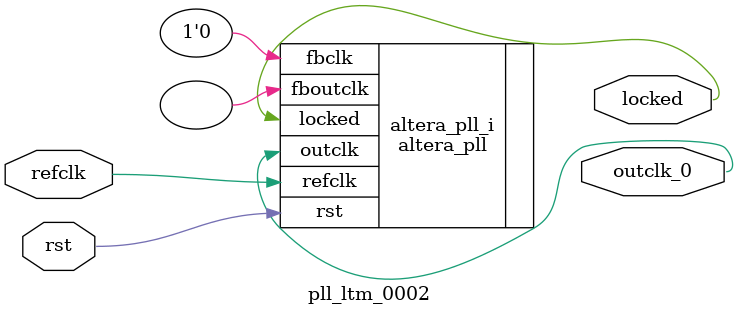
<source format=v>
`timescale 1ns/10ps
module  pll_ltm_0002(

	// interface 'refclk'
	input wire refclk,

	// interface 'reset'
	input wire rst,

	// interface 'outclk0'
	output wire outclk_0,

	// interface 'locked'
	output wire locked
);

	altera_pll #(
		.fractional_vco_multiplier("false"),
		.reference_clock_frequency("50.0 MHz"),
		.operation_mode("direct"),
		.number_of_clocks(1),
		.output_clock_frequency0("25.000000 MHz"),
		.phase_shift0("0 ps"),
		.duty_cycle0(50),
		.output_clock_frequency1("0 MHz"),
		.phase_shift1("0 ps"),
		.duty_cycle1(50),
		.output_clock_frequency2("0 MHz"),
		.phase_shift2("0 ps"),
		.duty_cycle2(50),
		.output_clock_frequency3("0 MHz"),
		.phase_shift3("0 ps"),
		.duty_cycle3(50),
		.output_clock_frequency4("0 MHz"),
		.phase_shift4("0 ps"),
		.duty_cycle4(50),
		.output_clock_frequency5("0 MHz"),
		.phase_shift5("0 ps"),
		.duty_cycle5(50),
		.output_clock_frequency6("0 MHz"),
		.phase_shift6("0 ps"),
		.duty_cycle6(50),
		.output_clock_frequency7("0 MHz"),
		.phase_shift7("0 ps"),
		.duty_cycle7(50),
		.output_clock_frequency8("0 MHz"),
		.phase_shift8("0 ps"),
		.duty_cycle8(50),
		.output_clock_frequency9("0 MHz"),
		.phase_shift9("0 ps"),
		.duty_cycle9(50),
		.output_clock_frequency10("0 MHz"),
		.phase_shift10("0 ps"),
		.duty_cycle10(50),
		.output_clock_frequency11("0 MHz"),
		.phase_shift11("0 ps"),
		.duty_cycle11(50),
		.output_clock_frequency12("0 MHz"),
		.phase_shift12("0 ps"),
		.duty_cycle12(50),
		.output_clock_frequency13("0 MHz"),
		.phase_shift13("0 ps"),
		.duty_cycle13(50),
		.output_clock_frequency14("0 MHz"),
		.phase_shift14("0 ps"),
		.duty_cycle14(50),
		.output_clock_frequency15("0 MHz"),
		.phase_shift15("0 ps"),
		.duty_cycle15(50),
		.output_clock_frequency16("0 MHz"),
		.phase_shift16("0 ps"),
		.duty_cycle16(50),
		.output_clock_frequency17("0 MHz"),
		.phase_shift17("0 ps"),
		.duty_cycle17(50),
		.pll_type("General"),
		.pll_subtype("General")
	) altera_pll_i (
		.rst	(rst),
		.outclk	({outclk_0}),
		.locked	(locked),
		.fboutclk	( ),
		.fbclk	(1'b0),
		.refclk	(refclk)
	);
endmodule


</source>
